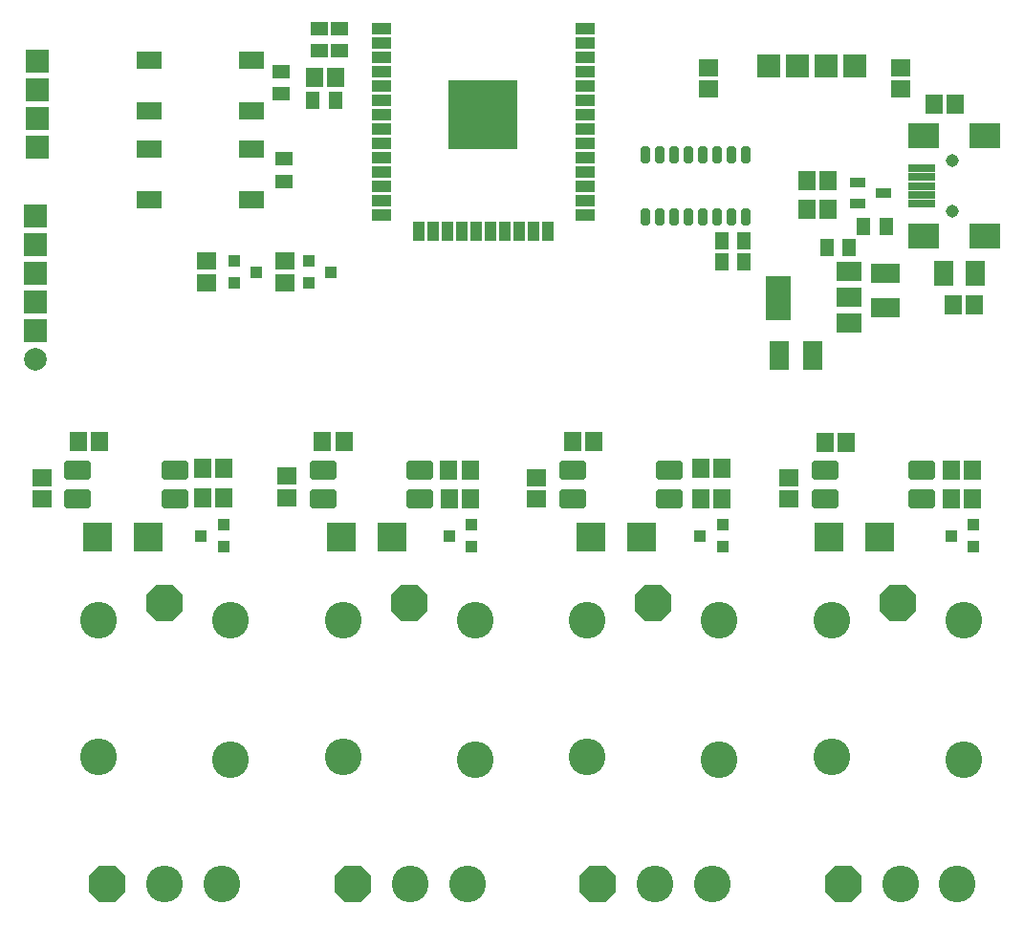
<source format=gts>
G04*
G04 #@! TF.GenerationSoftware,Altium Limited,Altium Designer,19.0.15 (446)*
G04*
G04 Layer_Color=8388736*
%FSLAX23Y23*%
%MOIN*%
G70*
G01*
G75*
%ADD45R,0.059X0.071*%
%ADD46R,0.059X0.045*%
%ADD47R,0.045X0.059*%
%ADD48R,0.043X0.039*%
%ADD49R,0.071X0.059*%
G04:AMPARAMS|DCode=50|XSize=93mil|YSize=66mil|CornerRadius=11mil|HoleSize=0mil|Usage=FLASHONLY|Rotation=0.000|XOffset=0mil|YOffset=0mil|HoleType=Round|Shape=RoundedRectangle|*
%AMROUNDEDRECTD50*
21,1,0.093,0.044,0,0,0.0*
21,1,0.070,0.066,0,0,0.0*
1,1,0.023,0.035,-0.022*
1,1,0.023,-0.035,-0.022*
1,1,0.023,-0.035,0.022*
1,1,0.023,0.035,0.022*
%
%ADD50ROUNDEDRECTD50*%
%ADD51R,0.099X0.099*%
%ADD52R,0.071X0.102*%
G04:AMPARAMS|DCode=53|XSize=60mil|YSize=32mil|CornerRadius=7mil|HoleSize=0mil|Usage=FLASHONLY|Rotation=270.000|XOffset=0mil|YOffset=0mil|HoleType=Round|Shape=RoundedRectangle|*
%AMROUNDEDRECTD53*
21,1,0.060,0.018,0,0,270.0*
21,1,0.045,0.032,0,0,270.0*
1,1,0.014,-0.009,-0.023*
1,1,0.014,-0.009,0.023*
1,1,0.014,0.009,0.023*
1,1,0.014,0.009,-0.023*
%
%ADD53ROUNDEDRECTD53*%
%ADD54R,0.087X0.067*%
%ADD55R,0.087X0.158*%
%ADD56R,0.102X0.071*%
%ADD57R,0.071X0.087*%
%ADD58R,0.053X0.032*%
%ADD59R,0.067X0.043*%
%ADD60R,0.043X0.067*%
%ADD61R,0.244X0.244*%
%ADD62R,0.106X0.087*%
%ADD63R,0.097X0.028*%
%ADD64R,0.091X0.063*%
%ADD65P,0.139X8X22.5*%
%ADD66C,0.128*%
%ADD67C,0.045*%
%ADD68R,0.079X0.079*%
%ADD69R,0.079X0.079*%
%ADD70C,0.079*%
D45*
X6283Y4333D02*
D03*
Y4435D02*
D03*
X4568Y4795D02*
D03*
X4642D02*
D03*
X4252Y3430D02*
D03*
X4178D02*
D03*
X4178Y3328D02*
D03*
X4252D02*
D03*
X4670Y3525D02*
D03*
X4595D02*
D03*
X5110Y3425D02*
D03*
X5035D02*
D03*
X5038Y3325D02*
D03*
X5112D02*
D03*
X5542Y3525D02*
D03*
X5468D02*
D03*
X5913Y3325D02*
D03*
X5987D02*
D03*
X5987Y3430D02*
D03*
X5913D02*
D03*
X6422Y3520D02*
D03*
X6348D02*
D03*
X6788Y3323D02*
D03*
X6862D02*
D03*
X6862Y3425D02*
D03*
X6788D02*
D03*
X6357Y4435D02*
D03*
Y4333D02*
D03*
X6793Y4000D02*
D03*
X6867D02*
D03*
X6802Y4700D02*
D03*
X6728D02*
D03*
X3817Y3525D02*
D03*
X3743D02*
D03*
D46*
X4585Y4964D02*
D03*
X4585Y4886D02*
D03*
X4450Y4736D02*
D03*
X4450Y4814D02*
D03*
X4655Y4964D02*
D03*
X4655Y4886D02*
D03*
X4460Y4431D02*
D03*
X4460Y4509D02*
D03*
D47*
X4561Y4715D02*
D03*
X4639Y4715D02*
D03*
X5986Y4150D02*
D03*
X6064Y4150D02*
D03*
X5986Y4225D02*
D03*
X6064Y4225D02*
D03*
X6353Y4200D02*
D03*
X6432Y4200D02*
D03*
X6480Y4275D02*
D03*
X6559D02*
D03*
D48*
X4546Y4077D02*
D03*
Y4152D02*
D03*
X4624Y4115D02*
D03*
X4286Y4077D02*
D03*
Y4152D02*
D03*
X4364Y4115D02*
D03*
X4249Y3232D02*
D03*
Y3158D02*
D03*
X4171Y3195D02*
D03*
X5114Y3232D02*
D03*
Y3158D02*
D03*
X5036Y3195D02*
D03*
X5989Y3232D02*
D03*
Y3158D02*
D03*
X5911Y3195D02*
D03*
X6864Y3232D02*
D03*
Y3158D02*
D03*
X6786Y3195D02*
D03*
D49*
X4465Y4077D02*
D03*
Y4152D02*
D03*
X4190Y4077D02*
D03*
Y4152D02*
D03*
X6222Y3323D02*
D03*
Y3397D02*
D03*
X6609Y4827D02*
D03*
Y4753D02*
D03*
X5940Y4827D02*
D03*
Y4753D02*
D03*
X5342Y3323D02*
D03*
Y3397D02*
D03*
X4472Y3328D02*
D03*
Y3402D02*
D03*
X3617Y3323D02*
D03*
Y3397D02*
D03*
D50*
X3741Y3425D02*
D03*
Y3325D02*
D03*
X4079D02*
D03*
Y3425D02*
D03*
X4596D02*
D03*
Y3325D02*
D03*
X4934D02*
D03*
Y3425D02*
D03*
X5466D02*
D03*
Y3325D02*
D03*
X5804D02*
D03*
Y3425D02*
D03*
X6346D02*
D03*
Y3325D02*
D03*
X6684D02*
D03*
Y3425D02*
D03*
D51*
X3809Y3190D02*
D03*
X3987D02*
D03*
X4659D02*
D03*
X4837D02*
D03*
X5529D02*
D03*
X5707D02*
D03*
X6359D02*
D03*
X6537D02*
D03*
D52*
X6304Y3825D02*
D03*
X6186D02*
D03*
D53*
X6070Y4523D02*
D03*
X6020D02*
D03*
X5970D02*
D03*
X5920D02*
D03*
X5870D02*
D03*
X5820D02*
D03*
X5770D02*
D03*
X5720D02*
D03*
Y4307D02*
D03*
X5770D02*
D03*
X5820D02*
D03*
X5870D02*
D03*
X5920D02*
D03*
X5970D02*
D03*
X6020D02*
D03*
X6070D02*
D03*
D54*
X6432Y3936D02*
D03*
Y4026D02*
D03*
Y4116D02*
D03*
D55*
X6184Y4025D02*
D03*
D56*
X6558Y3991D02*
D03*
Y4109D02*
D03*
D57*
X6870Y4110D02*
D03*
X6760D02*
D03*
D58*
X6549Y4390D02*
D03*
X6461Y4353D02*
D03*
Y4427D02*
D03*
D59*
X4800Y4965D02*
D03*
Y4915D02*
D03*
Y4865D02*
D03*
Y4815D02*
D03*
Y4765D02*
D03*
Y4715D02*
D03*
Y4665D02*
D03*
Y4615D02*
D03*
Y4565D02*
D03*
Y4515D02*
D03*
Y4465D02*
D03*
Y4415D02*
D03*
Y4365D02*
D03*
Y4315D02*
D03*
X5509D02*
D03*
Y4365D02*
D03*
Y4415D02*
D03*
Y4465D02*
D03*
Y4515D02*
D03*
Y4565D02*
D03*
Y4615D02*
D03*
Y4665D02*
D03*
Y4715D02*
D03*
Y4765D02*
D03*
Y4815D02*
D03*
Y4865D02*
D03*
Y4915D02*
D03*
Y4965D02*
D03*
D60*
X4929Y4256D02*
D03*
X4979D02*
D03*
X5029D02*
D03*
X5079D02*
D03*
X5129D02*
D03*
X5179D02*
D03*
X5229D02*
D03*
X5279D02*
D03*
X5329D02*
D03*
X5379D02*
D03*
D61*
X5154Y4662D02*
D03*
D62*
X6904Y4590D02*
D03*
Y4240D02*
D03*
X6690Y4590D02*
D03*
Y4240D02*
D03*
D63*
X6685Y4478D02*
D03*
Y4446D02*
D03*
Y4415D02*
D03*
Y4384D02*
D03*
Y4352D02*
D03*
D64*
X4348Y4366D02*
D03*
Y4544D02*
D03*
X3990Y4366D02*
D03*
Y4544D02*
D03*
X4348Y4676D02*
D03*
Y4854D02*
D03*
X3990Y4676D02*
D03*
Y4854D02*
D03*
D65*
X3845Y1980D02*
D03*
X4045Y2960D02*
D03*
X4700Y1980D02*
D03*
X4897Y2960D02*
D03*
X5554Y1980D02*
D03*
X6409D02*
D03*
X5748Y2960D02*
D03*
X6600D02*
D03*
D66*
X4045Y1980D02*
D03*
X4245D02*
D03*
X3815Y2900D02*
D03*
Y2425D02*
D03*
X4275Y2415D02*
D03*
Y2900D02*
D03*
X4899Y1980D02*
D03*
X5100D02*
D03*
X4667Y2900D02*
D03*
Y2425D02*
D03*
X5127Y2415D02*
D03*
Y2900D02*
D03*
X5754Y1980D02*
D03*
X5954D02*
D03*
X6609D02*
D03*
X6808D02*
D03*
X5518Y2900D02*
D03*
Y2425D02*
D03*
X5978Y2415D02*
D03*
Y2900D02*
D03*
X6370D02*
D03*
Y2425D02*
D03*
X6830Y2415D02*
D03*
Y2900D02*
D03*
D67*
X6790Y4502D02*
D03*
Y4328D02*
D03*
D68*
X3600Y4850D02*
D03*
Y4750D02*
D03*
Y4650D02*
D03*
Y4550D02*
D03*
X3595Y4310D02*
D03*
Y4210D02*
D03*
Y4110D02*
D03*
Y4010D02*
D03*
Y3910D02*
D03*
D69*
X6450Y4835D02*
D03*
X6350D02*
D03*
X6250D02*
D03*
X6150D02*
D03*
D70*
X3595Y3810D02*
D03*
M02*

</source>
